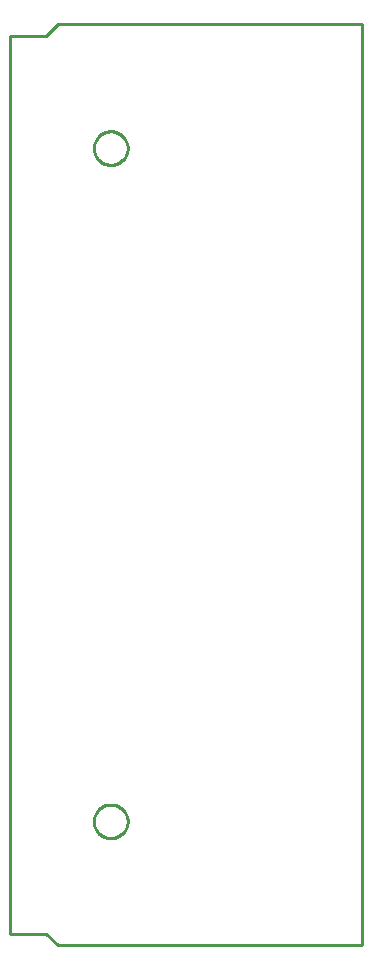
<source format=gbr>
G04 EAGLE Gerber RS-274X export*
G75*
%MOMM*%
%FSLAX34Y34*%
%LPD*%
%IN*%
%IPPOS*%
%AMOC8*
5,1,8,0,0,1.08239X$1,22.5*%
G01*
%ADD10C,0.254000*%


D10*
X0Y50000D02*
X30000Y50000D01*
X40000Y40000D01*
X297500Y40000D01*
X297500Y820000D01*
X40000Y820000D01*
X30000Y810000D01*
X0Y810000D01*
X0Y50000D01*
X84491Y700750D02*
X83476Y700823D01*
X82468Y700967D01*
X81474Y701184D01*
X80497Y701471D01*
X79543Y701826D01*
X78617Y702249D01*
X77724Y702737D01*
X76868Y703287D01*
X76053Y703897D01*
X75284Y704564D01*
X74564Y705284D01*
X73897Y706053D01*
X73287Y706868D01*
X72737Y707724D01*
X72249Y708617D01*
X71826Y709543D01*
X71471Y710497D01*
X71184Y711474D01*
X70967Y712468D01*
X70823Y713476D01*
X70750Y714491D01*
X70750Y715509D01*
X70823Y716524D01*
X70967Y717532D01*
X71184Y718526D01*
X71471Y719503D01*
X71826Y720457D01*
X72249Y721383D01*
X72737Y722276D01*
X73287Y723132D01*
X73897Y723947D01*
X74564Y724716D01*
X75284Y725436D01*
X76053Y726103D01*
X76868Y726713D01*
X77724Y727263D01*
X78617Y727751D01*
X79543Y728174D01*
X80497Y728529D01*
X81474Y728816D01*
X82468Y729033D01*
X83476Y729177D01*
X84491Y729250D01*
X85509Y729250D01*
X86524Y729177D01*
X87532Y729033D01*
X88526Y728816D01*
X89503Y728529D01*
X90457Y728174D01*
X91383Y727751D01*
X92276Y727263D01*
X93132Y726713D01*
X93947Y726103D01*
X94716Y725436D01*
X95436Y724716D01*
X96103Y723947D01*
X96713Y723132D01*
X97263Y722276D01*
X97751Y721383D01*
X98174Y720457D01*
X98529Y719503D01*
X98816Y718526D01*
X99033Y717532D01*
X99177Y716524D01*
X99250Y715509D01*
X99250Y714491D01*
X99177Y713476D01*
X99033Y712468D01*
X98816Y711474D01*
X98529Y710497D01*
X98174Y709543D01*
X97751Y708617D01*
X97263Y707724D01*
X96713Y706868D01*
X96103Y706053D01*
X95436Y705284D01*
X94716Y704564D01*
X93947Y703897D01*
X93132Y703287D01*
X92276Y702737D01*
X91383Y702249D01*
X90457Y701826D01*
X89503Y701471D01*
X88526Y701184D01*
X87532Y700967D01*
X86524Y700823D01*
X85509Y700750D01*
X84491Y700750D01*
X84491Y130750D02*
X83476Y130823D01*
X82468Y130967D01*
X81474Y131184D01*
X80497Y131471D01*
X79543Y131826D01*
X78617Y132249D01*
X77724Y132737D01*
X76868Y133287D01*
X76053Y133897D01*
X75284Y134564D01*
X74564Y135284D01*
X73897Y136053D01*
X73287Y136868D01*
X72737Y137724D01*
X72249Y138617D01*
X71826Y139543D01*
X71471Y140497D01*
X71184Y141474D01*
X70967Y142468D01*
X70823Y143476D01*
X70750Y144491D01*
X70750Y145509D01*
X70823Y146524D01*
X70967Y147532D01*
X71184Y148526D01*
X71471Y149503D01*
X71826Y150457D01*
X72249Y151383D01*
X72737Y152276D01*
X73287Y153132D01*
X73897Y153947D01*
X74564Y154716D01*
X75284Y155436D01*
X76053Y156103D01*
X76868Y156713D01*
X77724Y157263D01*
X78617Y157751D01*
X79543Y158174D01*
X80497Y158529D01*
X81474Y158816D01*
X82468Y159033D01*
X83476Y159177D01*
X84491Y159250D01*
X85509Y159250D01*
X86524Y159177D01*
X87532Y159033D01*
X88526Y158816D01*
X89503Y158529D01*
X90457Y158174D01*
X91383Y157751D01*
X92276Y157263D01*
X93132Y156713D01*
X93947Y156103D01*
X94716Y155436D01*
X95436Y154716D01*
X96103Y153947D01*
X96713Y153132D01*
X97263Y152276D01*
X97751Y151383D01*
X98174Y150457D01*
X98529Y149503D01*
X98816Y148526D01*
X99033Y147532D01*
X99177Y146524D01*
X99250Y145509D01*
X99250Y144491D01*
X99177Y143476D01*
X99033Y142468D01*
X98816Y141474D01*
X98529Y140497D01*
X98174Y139543D01*
X97751Y138617D01*
X97263Y137724D01*
X96713Y136868D01*
X96103Y136053D01*
X95436Y135284D01*
X94716Y134564D01*
X93947Y133897D01*
X93132Y133287D01*
X92276Y132737D01*
X91383Y132249D01*
X90457Y131826D01*
X89503Y131471D01*
X88526Y131184D01*
X87532Y130967D01*
X86524Y130823D01*
X85509Y130750D01*
X84491Y130750D01*
M02*

</source>
